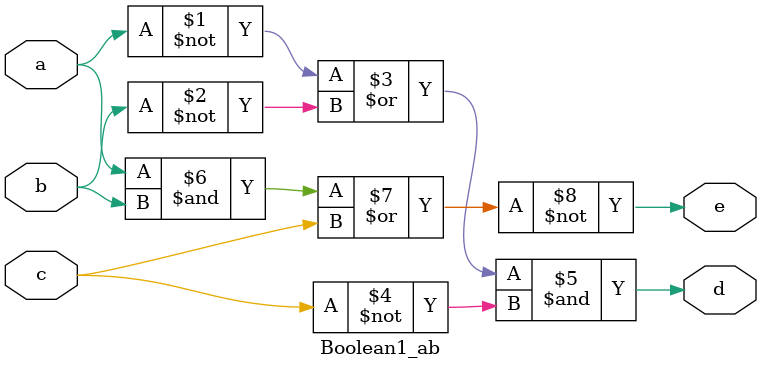
<source format=v>
`timescale 1ns / 1ps

module Boolean1_ab (a, b, c, d, e);
    input a, b, c;
    output d, e;

    assign d = ((~a)|(~b))&(~c);
    assign e = ~((a&b)|c);
    
endmodule
</source>
